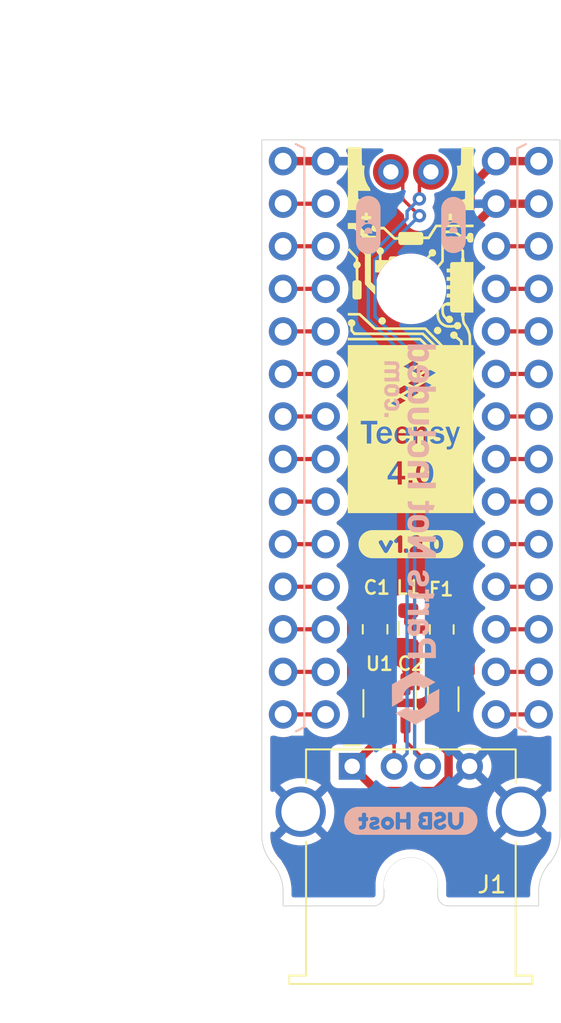
<source format=kicad_pcb>
(kicad_pcb (version 20211014) (generator pcbnew)
  (title_block (title "Teensy 4.0 Minimalist USB Host Board") (date "2022-01-16"))
  (layers (0 "F.Cu" signal) (31 "B.Cu" signal) (34 "B.Paste" user) (35 "F.Paste" user) (36 "B.SilkS" user "B.Silkscreen") (37 "F.SilkS" user "F.Silkscreen") (38 "B.Mask" user) (39 "F.Mask" user) (44 "Edge.Cuts" user))
  (net 0 "")
  (net 1 "VCC")
  (net 2 "GND")
  (net 3 "/VBUS")
  (net 4 "/D-")
  (net 5 "/D+")
  (net 6 "Net-(F1-Pad2)")
  (net 7 "Net-(J2-Pad1)")
  (net 8 "Net-(J2-Pad2)")
  (net 9 "Net-(J2-Pad3)")
  (net 10 "Net-(J2-Pad4)")
  (net 11 "Net-(J2-Pad5)")
  (net 12 "Net-(J2-Pad6)")
  (net 13 "Net-(J2-Pad7)")
  (net 14 "Net-(J2-Pad8)")
  (net 15 "Net-(J2-Pad9)")
  (net 16 "Net-(J2-Pad10)")
  (net 17 "Net-(J2-Pad11)")
  (net 18 "Net-(J2-Pad12)")
  (net 19 "Net-(J2-Pad13)")
  (net 20 "Net-(J3-Pad3)")
  (net 21 "Net-(J3-Pad4)")
  (net 22 "Net-(J3-Pad5)")
  (net 23 "Net-(J3-Pad6)")
  (net 24 "Net-(J3-Pad7)")
  (net 25 "Net-(J3-Pad8)")
  (net 26 "Net-(J3-Pad9)")
  (net 27 "Net-(J3-Pad10)")
  (net 28 "Net-(J3-Pad11)")
  (net 29 "Net-(J3-Pad12)")
  (net 30 "Net-(J3-Pad13)")
  (net 31 "Net-(J3-Pad14)")
  (net 32 "/VIN")
  (footprint "Teensy40_Min_USB_Host:MountingHole_3.2mm" (layer "F.Cu") (at 149.86 90.17)
    (fp_text reference "H1" hide)
    (fp_text value "MountingHole" hide)
    (pad "" np_thru_hole circle (at 0 0) (size 3.2 3.2) (drill 3.2) (layers *.Cu *.Mask))
  )
  (footprint "Teensy40_Min_USB_Host:Teensy40_USB" (layer "F.Cu") (at 149.86 99.06 -90)
    (fp_text reference "U2" hide)
    (fp_text value "Teensy4.0")
    (pad "0" thru_hole circle locked (at -13.97 7.62 270) (size 1.7 1.7) (drill 1) (layers *.Cu *.Mask) (net 19 "Net-(J2-Pad13)"))
    (pad "1" thru_hole circle locked (at -11.43 7.62 270) (size 1.7 1.7) (drill 1) (layers *.Cu *.Mask) (net 18 "Net-(J2-Pad12)"))
    (pad "2" thru_hole circle locked (at -8.89 7.62 270) (size 1.7 1.7) (drill 1) (layers *.Cu *.Mask) (net 17 "Net-(J2-Pad11)"))
    (pad "3" thru_hole circle locked (at -6.35 7.62 270) (size 1.7 1.7) (drill 1) (layers *.Cu *.Mask) (net 16 "Net-(J2-Pad10)"))
    (pad "3V3" thru_hole circle locked (at -11.43 -7.62 270) (size 1.7 1.7) (drill 1) (layers *.Cu *.Mask) (net 20 "Net-(J3-Pad3)"))
    (pad "4" thru_hole circle locked (at -3.81 7.62 270) (size 1.7 1.7) (drill 1) (layers *.Cu *.Mask) (net 15 "Net-(J2-Pad9)"))
    (pad "5" thru_hole circle locked (at -1.27 7.62 270) (size 1.7 1.7) (drill 1) (layers *.Cu *.Mask) (net 14 "Net-(J2-Pad8)"))
    (pad "6" thru_hole circle locked (at 1.27 7.62 270) (size 1.7 1.7) (drill 1) (layers *.Cu *.Mask) (net 13 "Net-(J2-Pad7)"))
    (pad "7" thru_hole circle locked (at 3.81 7.62 270) (size 1.7 1.7) (drill 1) (layers *.Cu *.Mask) (net 12 "Net-(J2-Pad6)"))
    (pad "8" thru_hole circle locked (at 6.35 7.62 270) (size 1.7 1.7) (drill 1) (layers *.Cu *.Mask) (net 11 "Net-(J2-Pad5)"))
    (pad "9" thru_hole circle locked (at 8.89 7.62 270) (size 1.7 1.7) (drill 1) (layers *.Cu *.Mask) (net 10 "Net-(J2-Pad4)"))
    (pad "10" thru_hole circle locked (at 11.43 7.62 270) (size 1.7 1.7) (drill 1) (layers *.Cu *.Mask) (net 9 "Net-(J2-Pad3)"))
    (pad "11" thru_hole circle locked (at 13.97 7.62 270) (size 1.7 1.7) (drill 1) (layers *.Cu *.Mask) (net 8 "Net-(J2-Pad2)"))
    (pad "12" thru_hole circle locked (at 16.51 7.62 270) (size 1.7 1.7) (drill 1) (layers *.Cu *.Mask) (net 7 "Net-(J2-Pad1)"))
    (pad "13" thru_hole circle locked (at 16.51 -7.62 270) (size 1.7 1.7) (drill 1) (layers *.Cu *.Mask) (net 31 "Net-(J3-Pad14)"))
    (pad "14" thru_hole circle locked (at 13.97 -7.62 270) (size 1.7 1.7) (drill 1) (layers *.Cu *.Mask) (net 30 "Net-(J3-Pad13)"))
    (pad "15" thru_hole circle locked (at 11.43 -7.62 270) (size 1.7 1.7) (drill 1) (layers *.Cu *.Mask) (net 29 "Net-(J3-Pad12)"))
    (pad "16" thru_hole circle locked (at 8.89 -7.62 270) (size 1.7 1.7) (drill 1) (layers *.Cu *.Mask) (net 28 "Net-(J3-Pad11)"))
    (pad "17" thru_hole circle locked (at 6.35 -7.62 270) (size 1.7 1.7) (drill 1) (layers *.Cu *.Mask) (net 27 "Net-(J3-Pad10)"))
    (pad "18" thru_hole circle locked (at 3.81 -7.62 270) (size 1.7 1.7) (drill 1) (layers *.Cu *.Mask) (net 26 "Net-(J3-Pad9)"))
    (pad "19" thru_hole circle locked (at 1.27 -7.62 270) (size 1.7 1.7) (drill 1) (layers *.Cu *.Mask) (net 25 "Net-(J3-Pad8)"))
    (pad "20" thru_hole circle locked (at -1.27 -7.62 270) (size 1.7 1.7) (drill 1) (layers *.Cu *.Mask) (net 24 "Net-(J3-Pad7)"))
    (pad "21" thru_hole circle locked (at -3.81 -7.62 270) (size 1.7 1.7) (drill 1) (layers *.Cu *.Mask) (net 23 "Net-(J3-Pad6)"))
    (pad "22" thru_hole circle locked (at -6.35 -7.62 270) (size 1.7 1.7) (drill 1) (layers *.Cu *.Mask) (net 22 "Net-(J3-Pad5)"))
    (pad "23" thru_hole circle locked (at -8.89 -7.62 270) (size 1.7 1.7) (drill 1) (layers *.Cu *.Mask) (net 21 "Net-(J3-Pad4)"))
    (pad "D+" connect circle locked (at -15.869999 1.1938 270) (size 2.1336 2.1336) (layers "F.Cu" "F.Mask") (net 5 "/D+"))
    (pad "D+" thru_hole circle locked (at -15.869999 1.1938 270) (size 1.524 1.524) (drill 0.9144) (layers *.Cu *.Mask) (net 5 "/D+"))
    (pad "D-" connect circle locked (at -15.869999 -1.1938 270) (size 2.1336 2.1336) (layers "F.Cu" "F.Mask") (net 4 "/D-"))
    (pad "D-" thru_hole circle locked (at -15.869999 -1.1938 270) (size 1.524 1.524) (drill 0.9144) (layers *.Cu *.Mask) (net 4 "/D-"))
    (pad "GND" thru_hole circle locked (at -16.51 7.62 270) (size 1.7 1.7) (drill 1) (layers *.Cu *.Mask) (net 2 "GND"))
    (pad "GND" thru_hole circle locked (at -13.97 -7.62 270) (size 1.7 1.7) (drill 1) (layers *.Cu *.Mask) (net 2 "GND"))
    (pad "VIN" thru_hole circle locked (at -16.51 -7.62 270) (size 1.7 1.7) (drill 1) (layers *.Cu *.Mask) (net 1 "VCC"))
  )
  (footprint "Inductor_SMD:L_0805_2012Metric" (layer "F.Cu") (at 149.7076 110.4392 -90)
    (fp_text reference "L1" (at -2.4392 0) (layer "F.SilkS") (effects (font (size 0.8 0.8))))
    (fp_text value "Ferrite, 150Ω")
    (pad "1" smd roundrect locked (at -1.0625 0 270) (size 0.875 1.2) (layers "F.Cu" "F.Paste" "F.Mask") (net 6 "Net-(F1-Pad2)"))
    (pad "2" smd roundrect locked (at 1.0625 0 270) (size 0.875 1.2) (layers "F.Cu" "F.Paste" "F.Mask") (net 32 "/VIN"))
  )
  (footprint "Capacitor_SMD:C_0805_2012Metric" (layer "F.Cu") (at 147.7264 110.49 90)
    (fp_text reference "C1" (at 2.49 0.1016) (layer "F.SilkS") (effects (font (size 0.8 0.8))))
    (fp_text value "2.2 µF")
    (pad "1" smd roundrect locked (at -0.95 0 90) (size 1 1.45) (layers "F.Cu" "F.Paste" "F.Mask") (net 32 "/VIN"))
    (pad "2" smd roundrect locked (at 0.95 0 90) (size 1 1.45) (layers "F.Cu" "F.Paste" "F.Mask") (net 2 "GND"))
  )
  (footprint "Teensy40_Min_USB_Host:Teensy40_USB_Host_Top_Graphics" (layer "F.Cu") (at 149.86 94.3102)
    (fp_text reference "G***" hide)
    (fp_text value "LOGO" hide)
  )
  (footprint "Teensy40_Min_USB_Host:MountingHole_3.2mm" (layer "F.Cu") (at 149.86 125.73)
    (fp_text reference "H2" hide)
    (fp_text value "MountingHole" hide)
    (pad "" np_thru_hole circle (at 0 0) (size 3.2 3.2) (drill 3.2) (layers *.Cu *.Mask))
  )
  (footprint "Package_TO_SOT_SMD:SOT-23-6" (layer "F.Cu") (at 148.59 114.9096 -90)
    (fp_text reference "U1" (at -2.3622 0.6096 180) (layer "F.SilkS") (effects (font (size 0.8 0.8))))
    (fp_text value "TPD3S014")
    (pad "1" smd roundrect locked (at -1.1375 -0.95 270) (size 1.325 0.6) (layers "F.Cu" "F.Paste" "F.Mask") (net 32 "/VIN"))
    (pad "2" smd roundrect locked (at -1.1375 0 270) (size 1.325 0.6) (layers "F.Cu" "F.Paste" "F.Mask") (net 2 "GND"))
    (pad "3" smd roundrect locked (at -1.1375 0.95 270) (size 1.325 0.6) (layers "F.Cu" "F.Paste" "F.Mask") (net 32 "/VIN"))
    (pad "4" smd roundrect locked (at 1.1375 0.95 270) (size 1.325 0.6) (layers "F.Cu" "F.Paste" "F.Mask") (net 3 "/VBUS"))
    (pad "5" smd roundrect locked (at 1.1375 0 270) (size 1.325 0.6) (layers "F.Cu" "F.Paste" "F.Mask") (net 4 "/D-"))
    (pad "6" smd roundrect locked (at 1.1375 -0.95 270) (size 1.325 0.6) (layers "F.Cu" "F.Paste" "F.Mask") (net 5 "/D+"))
  )
  (footprint "Connector_USB:USB_A_Stewart_SS-52100-001_Horizontal" (layer "F.Cu") (at 146.360007 118.6688)
    (fp_text reference "J1" (at 8.325993 7.0612) (layer "F.SilkS"))
    (fp_text value "USB_A")
    (pad "1" thru_hole rect locked (at 0 0) (size 1.6 1.6) (drill 0.92) (layers *.Cu *.Mask) (net 3 "/VBUS"))
    (pad "2" thru_hole circle locked (at 2.5 0) (size 1.6 1.6) (drill 0.92) (layers *.Cu *.Mask) (net 4 "/D-"))
    (pad "3" thru_hole circle locked (at 4.5 0) (size 1.6 1.6) (drill 0.92) (layers *.Cu *.Mask) (net 5 "/D+"))
    (pad "4" thru_hole circle locked (at 7 0) (size 1.6 1.6) (drill 0.92) (layers *.Cu *.Mask) (net 2 "GND"))
    (pad "5" thru_hole circle locked (at -3.07 2.71) (size 3 3) (drill 2.3) (layers *.Cu *.Mask) (net 2 "GND"))
    (pad "5" thru_hole circle locked (at 10.07 2.71) (size 3 3) (drill 2.3) (layers *.Cu *.Mask) (net 2 "GND"))
  )
  (footprint "Capacitor_SMD:C_1206_3216Metric" (layer "F.Cu") (at 151.7904 114.6556 90)
    (fp_text reference "C2" (at 2.1082 -1.9304) (layer "F.SilkS") (effects (font (size 0.8 0.8))))
    (fp_text value "100 µF")
    (pad "1" smd roundrect locked (at -1.475 0 90) (size 1.15 1.8) (layers "F.Cu" "F.Paste" "F.Mask") (roundrect_rratio 0.2173913043) (net 3 "/VBUS"))
    (pad "2" smd roundrect locked (at 1.475 0 90) (size 1.15 1.8) (layers "F.Cu" "F.Paste" "F.Mask") (roundrect_rratio 0.2173913043) (net 2 "GND"))
  )
  (footprint "Fuse:Fuse_0805_2012Metric" (layer "F.Cu") (at 151.7 110.5 -90)
    (fp_text reference "F1" (at -2.4 0.0364) (layer "F.SilkS") (effects (font (size 0.8 0.8))))
    (fp_text value "500 mA" hide)
    (pad "1" smd roundrect (at -0.9375 0 270) (size 0.975 1.4) (layers "F.Cu" "F.Paste" "F.Mask") (net 1 "VCC"))
    (pad "2" smd roundrect (at 0.9375 0 270) (size 0.975 1.4) (layers "F.Cu" "F.Paste" "F.Mask") (net 6 "Net-(F1-Pad2)"))
  )
  (footprint "kibuzzard-628AF6F2" (layer "F.Cu") (at 149.86 105.41)
    (fp_text reference "kibuzzard-628AF6F2" hide)
    (fp_text value "G***" hide)
  )
  (footprint "kibuzzard-621DEA3B" (layer "B.Cu") (at 149.86 121.92 180)
    (fp_text reference "kibuzzard-621DEA3B" hide)
    (fp_text value "G***" hide)
  )
  (footprint "Teensy40_Min_USB_Host:PinHeader_1x14_P2.54mm_Vertical" (layer "B.Cu") (at 154.94 82.55 180)
    (fp_text reference "J3" hide)
    (fp_text value "Conn_01x14" hide)
    (pad "1" thru_hole circle locked (at 0 0 180) (size 1.7 1.7) (drill 1) (layers *.Cu *.Mask) (net 1 "VCC"))
    (pad "2" thru_hole oval locked (at 0 -2.54 180) (size 1.7 1.7) (drill 1) (layers *.Cu *.Mask) (net 2 "GND"))
    (pad "3" thru_hole oval locked (at 0 -5.08 180) (size 1.7 1.7) (drill 1) (layers *.Cu *.Mask) (net 20 "Net-(J3-Pad3)"))
    (pad "4" thru_hole oval locked (at 0 -7.62 180) (size 1.7 1.7) (drill 1) (layers *.Cu *.Mask) (net 21 "Net-(J3-Pad4)"))
    (pad "5" thru_hole oval locked (at 0 -10.16 180) (size 1.7 1.7) (drill 1) (layers *.Cu *.Mask) (net 22 "Net-(J3-Pad5)"))
    (pad "6" thru_hole oval locked (at 0 -12.7 180) (size 1.7 1.7) (drill 1) (layers *.Cu *.Mask) (net 23 "Net-(J3-Pad6)"))
    (pad "7" thru_hole oval locked (at 0 -15.24 180) (size 1.7 1.7) (drill 1) (layers *.Cu *.Mask) (net 24 "Net-(J3-Pad7)"))
    (pad "8" thru_hole oval locked (at 0 -17.78 180) (size 1.7 1.7) (drill 1) (layers *.Cu *.Mask) (net 25 "Net-(J3-Pad8)"))
    (pad "9" thru_hole oval locked (at 0 -20.32 180) (size 1.7 1.7) (drill 1) (layers *.Cu *.Mask) (net 26 "Net-(J3-Pad9)"))
    (pad "10" thru_hole oval locked (at 0 -22.86 180) (size 1.7 1.7) (drill 1) (layers *.Cu *.Mask) (net 27 "Net-(J3-Pad10)"))
    (pad "11" thru_hole oval locked (at 0 -25.4 180) (size 1.7 1.7) (drill 1) (layers *.Cu *.Mask) (net 28 "Net-(J3-Pad11)"))
    (pad "12" thru_hole oval locked (at 0 -27.94 180) (size 1.7 1.7) (drill 1) (layers *.Cu *.Mask) (net 29 "Net-(J3-Pad12)"))
    (pad "13" thru_hole oval locked (at 0 -30.48 180) (size 1.7 1.7) (drill 1) (layers *.Cu *.Mask) (net 30 "Net-(J3-Pad13)"))
    (pad "14" thru_hole oval locked (at 0 -33.02 180) (size 1.7 1.7) (drill 1) (layers *.Cu *.Mask) (net 31 "Net-(J3-Pad14)"))
  )
  (footprint "Teensy40_Min_USB_Host:PinHeader_1x14_P2.54mm_Vertical" (layer "B.Cu") (at 144.78 115.57)
    (fp_text reference "J2" hide)
    (fp_text value "Conn_01x14" hide)
    (pad "1" thru_hole circle locked (at 0 0) (size 1.7 1.7) (drill 1) (layers *.Cu *.Mask) (net 7 "Net-(J2-Pad1)"))
    (pad "2" thru_hole oval locked (at 0 -2.54) (size 1.7 1.7) (drill 1) (layers *.Cu *.Mask) (net 8 "Net-(J2-Pad2)"))
    (pad "3" thru_hole oval locked (at 0 -5.08) (size 1.7 1.7) (drill 1) (layers *.Cu *.Mask) (net 9 "Net-(J2-Pad3)"))
    (pad "4" thru_hole oval locked (at 0 -7.62) (size 1.7 1.7) (drill 1) (layers *.Cu *.Mask) (net 10 "Net-(J2-Pad4)"))
    (pad "5" thru_hole oval locked (at 0 -10.16) (size 1.7 1.7) (drill 1) (layers *.Cu *.Mask) (net 11 "Net-(J2-Pad5)"))
    (pad "6" thru_hole oval locked (at 0 -12.7) (size 1.7 1.7) (drill 1) (layers *.Cu *.Mask) (net 12 "Net-(J2-Pad6)"))
    (pad "7" thru_hole oval locked (at 0 -15.24) (size 1.7 1.7) (drill 1) (layers *.Cu *.Mask) (net 13 "Net-(J2-Pad7)"))
    (pad "8" thru_hole oval locked (at 0 -17.78) (size 1.7 1.7) (drill 1) (layers *.Cu *.Mask) (net 14 "Net-(J2-Pad8)"))
    (pad "9" thru_hole oval locked (at 0 -20.32) (size 1.7 1.7) (drill 1) (layers *.Cu *.Mask) (net 15 "Net-(J2-Pad9)"))
    (pad "10" thru_hole oval locked (at 0 -22.86) (size 1.7 1.7) (drill 1) (layers *.Cu *.Mask) (net 16 "Net-(J2-Pad10)"))
    (pad "11" thru_hole oval locked (at 0 -25.4) (size 1.7 1.7) (drill 1) (layers *.Cu *.Mask) (net 17 "Net-(J2-Pad11)"))
    (pad "12" thru_hole oval locked (at 0 -27.94) (size 1.7 1.7) (drill 1) (layers *.Cu *.Mask) (net 18 "Net-(J2-Pad12)"))
    (pad "13" thru_hole oval locked (at 0 -30.48) (size 1.7 1.7) (drill 1) (layers *.Cu *.Mask) (net 19 "Net-(J2-Pad13)"))
    (pad "14" thru_hole oval locked (at 0 -33.02) (size 1.7 1.7) (drill 1) (layers *.Cu *.Mask) (net 2 "GND"))
  )
  (footprint "Teensy40_Min_USB_Host:PNI_Text_Logo" (layer "B.Cu") (at 149.86 104.775 90)
    (fp_text reference "G***" hide)
    (fp_text value "LOGO" hide)
  )
  (footprint "kibuzzard-61E338B9" (layer "B.Cu") (at 152.4 86.36 90)
    (fp_text reference "kibuzzard-61E338B9" hide)
    (fp_text value "G***" hide)
  )
  (footprint "kibuzzard-61E3388A" (layer "B.Cu") (at 147.32 86.36 90)
    (fp_text reference "kibuzzard-61E3388A" hide)
    (fp_text value "G***" hide)
  )
  (gr_arc (start 148.26 126.365) (mid 148.074013 126.814013) (end 147.625 127) (layer "Edge.Cuts") (width 0.05))
  (gr_line (start 158.006051 124.568949) (end 158.223949 124.351051) (layer "Edge.Cuts") (width 0.05))
  (gr_arc (start 141.713949 124.568949) (mid 141.163346 123.744914) (end 140.97 122.772898) (layer "Edge.Cuts") (width 0.05))
  (gr_arc (start 157.48 126.147102) (mid 157.673346 125.175086) (end 158.223949 124.351051) (layer "Edge.Cuts") (width 0.05))
  (gr_line (start 158.75 122.772898) (end 158.75 81.28) (layer "Edge.Cuts") (width 0.05))
  (gr_arc (start 141.496051 124.351051) (mid 142.046654 125.175086) (end 142.24 126.147102) (layer "Edge.Cuts") (width 0.05))
  (gr_line (start 158.75 81.28) (end 140.97 81.28) (layer "Edge.Cuts") (width 0.05))
  (gr_arc (start 158.75 122.772898) (mid 158.556654 123.744914) (end 158.006051 124.568949) (layer "Edge.Cuts") (width 0.05))
  (gr_line (start 140.97 81.28) (end 140.97 122.772898) (layer "Edge.Cuts") (width 0.05))
  (gr_arc (start 152.095 127) (mid 151.645987 126.814013) (end 151.46 126.365) (layer "Edge.Cuts") (width 0.05))
  (gr_line (start 148.26 125.73) (end 148.26 126.365) (layer "Edge.Cuts") (width 0.05))
  (gr_line (start 142.24 127) (end 147.625 127) (layer "Edge.Cuts") (width 0.05))
  (gr_line (start 157.48 126.147102) (end 157.48 127) (layer "Edge.Cuts") (width 0.05))
  (gr_line (start 142.24 126.147102) (end 142.24 127) (layer "Edge.Cuts") (width 0.05))
  (gr_line (start 151.46 125.73) (end 151.46 126.365) (layer "Edge.Cuts") (width 0.05))
  (gr_arc (start 148.26 125.73) (mid 149.86 124.131395) (end 151.46 125.73) (layer "Edge.Cuts") (width 0.05))
  (gr_line (start 141.713949 124.568949) (end 141.496051 124.351051) (layer "Edge.Cuts") (width 0.05))
  (gr_line (start 152.095 127) (end 157.48 127) (layer "Edge.Cuts") (width 0.05))
  (segment (start 157.48 82.55) (end 154.94 82.55) (width 0.5) (layer "F.Cu") (net 1))
  (segment (start 153.416 84.074) (end 154.94 82.55) (width 0.5) (layer "F.Cu") (net 1))
  (segment (start 151.7 109.5625) (end 151.7 109.2131) (width 0.5) (layer "F.Cu") (net 1))
  (segment (start 153.416 85.293865) (end 153.416 84.074) (width 0.5) (layer "F.Cu") (net 1))
  (segment (start 152.4 108.5131) (end 152.4 86.309865) (width 0.5) (layer "F.Cu") (net 1))
  (segment (start 152.4 86.309865) (end 153.416 85.293865) (width 0.5) (layer "F.Cu") (net 1))
  (segment (start 151.7 109.2131) (end 152.4 108.5131) (width 0.5) (layer "F.Cu") (net 1))
  (segment (start 147.066 107.95) (end 147.066 85.09) (width 0.5) (layer "F.Cu") (net 2))
  (segment (start 146.88812 114.88412) (end 152.93348 114.88412) (width 0.5) (layer "F.Cu") (net 2))
  (segment (start 146.558 84.582) (end 146.558 82.55) (width 0.5) (layer "F.Cu") (net 2))
  (segment (start 153.416 113.0772) (end 153.3126 113.1806) (width 0.5) (layer "F.Cu") (net 2))
  (segment (start 146.304 109.54) (end 146.304 108.712) (width 0.5) (layer "F.Cu") (net 2))
  (segment (start 142.24 82.55) (end 144.78 82.55) (width 0.5) (layer "F.Cu") (net 2))
  (segment (start 146.304 109.54) (end 147.7264 109.54) (width 0.5) (layer "F.Cu") (net 2))
  (segment (start 146.558 82.55) (end 144.78 82.55) (width 0.5) (layer "F.Cu") (net 2))
  (segment (start 154.94 85.09) (end 157.48 85.09) (width 0.5) (layer "F.Cu") (net 2))
  (segment (start 146.304 108.712) (end 147.066 107.95) (width 0.5) (layer "F.Cu") (net 2))
  (segment (start 147.066 85.09) (end 146.558 84.582) (width 0.5) (layer "F.Cu") (net 2))
  (segment (start 153.416 111.633) (end 153.416 113.0772) (width 0.5) (layer "F.Cu") (net 2))
  (segment (start 152.93348 114.88412) (end 153.3126 114.505) (width 0.5) (layer "F.Cu") (net 2))
  (segment (start 148.59 113.7721) (end 148.59 114.8588) (width 0.5) (layer "F.Cu") (net 2))
  (segment (start 153.3126 114.505) (end 153.3126 113.1806) (width 0.5) (layer "F.Cu") (net 2))
  (segment (start 153.416 111.633) (end 153.289 111.506) (width 0.5) (layer "F.Cu") (net 2))
  (segment (start 146.88812 114.88412) (end 146.304 114.3) (width 0.5) (layer "F.Cu") (net 2))
  (segment (start 153.289 111.506) (end 153.289 86.741) (width 0.5) (layer "F.Cu") (net 2))
  (segment (start 146.304 114.3) (end 146.304 109.54) (width 0.5) (layer "F.Cu") (net 2))
  (segment (start 151.7904 113.1806) (end 153.3126 113.1806) (width 0.5) (layer "F.Cu") (net 2))
  (segment (start 153.289 86.741) (end 154.94 85.09) (width 0.5) (layer "F.Cu") (net 2))
  (segment (start 152.109511 119.365689) (end 152.109511 117.819511) (width 0.5) (layer "F.Cu") (net 3))
  (segment (start 151.3332 120.142) (end 147.8332 120.142) (width 0.5) (layer "F.Cu") (net 3))
  (segment (start 151.7904 117.5004) (end 151.7904 116.1306) (width 0.5) (layer "F.Cu") (net 3))
  (segment (start 147.64 117.3888) (end 146.36 118.6688) (width 0.5) (layer "F.Cu") (net 3))
  (segment (start 152.109511 117.819511) (end 151.7904 117.5004) (width 0.5) (layer "F.Cu") (net 3))
  (segment (start 147.64 116.0471) (end 147.64 117.3888) (width 0.5) (layer "F.Cu") (net 3))
  (segment (start 152.109511 119.365689) (end 151.3332 120.142) (width 0.5) (layer "F.Cu") (net 3))
  (segment (start 147.8332 120.142) (end 146.36 118.6688) (width 0.5) (layer "F.Cu") (net 3))
  (segment (start 148.86 117.364) (end 148.86 118.6688) (width 0.2) (layer "F.Cu") (net 4))
  (segment (start 148.59 116.0471) (end 148.59 117.094) (width 0.2) (layer "F.Cu") (net 4))
  (segment (start 150.367792 83.876009) (end 150.367792 84.806217) (width 0.2) (layer "F.Cu") (net 4))
  (segment (start 148.59 117.094) (end 148.86 117.364) (width 0.2) (layer "F.Cu") (net 4))
  (segment (start 151.0538 83.190001) (end 150.367792 83.876009) (width 0.2) (layer "F.Cu") (net 4))
  (via (at 150.367792 84.806217) (size 0.8) (drill 0.4) (layers "F.Cu" "B.Cu") (net 4))
  (segment (start 150.367792 84.806217) (end 149.634999 85.53901) (width 0.2) (layer "B.Cu") (net 4))
  (segment (start 149.634999 85.974832) (end 147.32 88.289831) (width 0.2) (layer "B.Cu") (net 4))
  (segment (start 149.634999 117.893801) (end 148.86 118.6688) (width 0.2) (layer "B.Cu") (net 4))
  (segment (start 149.634999 94.2975) (end 149.634999 117.893801) (width 0.2) (layer "B.Cu") (net 4))
  (segment (start 147.32 88.289831) (end 147.32 91.982501) (width 0.2) (layer "B.Cu") (net 4))
  (segment (start 149.634999 85.53901) (end 149.634999 85.974832) (width 0.2) (layer "B.Cu") (net 4))
  (segment (start 147.32 91.982501) (end 149.634999 94.2975) (width 0.2) (layer "B.Cu") (net 4))
  (segment (start 149.54 117.155) (end 149.54 116.0471) (width 0.2) (layer "F.Cu") (net 5))
  (segment (start 148.6662 83.190001) (end 149.3774 83.901201) (width 0.2) (layer "F.Cu") (net 5))
  (segment (start 149.3774 84.814001) (end 150.369118 85.805719) (width 0.2) (layer "F.Cu") (net 5))
  (segment (start 150.86 118.6688) (end 150.86 118.475) (width 0.2) (layer "F.Cu") (net 5))
  (segment (start 150.86 118.475) (end 149.54 117.155) (width 0.2) (layer "F.Cu") (net 5))
  (segment (start 149.3774 83.901201) (end 149.3774 84.814001) (width 0.2) (layer "F.Cu") (net 5))
  (via (at 150.369118 85.805719) (size 0.8) (drill 0.4) (layers "F.Cu" "B.Cu") (net 5))
  (segment (start 150.085001 117.893801) (end 150.085001 94.182496) (width 0.2) (layer "B.Cu") (net 5))
  (segment (start 150.86 118.6688) (end 150.085001 117.893801) (width 0.2) (layer "B.Cu") (net 5))
  (segment (start 147.71952 88.455317) (end 150.369118 85.805719) (width 0.2) (layer "B.Cu") (net 5))
  (segment (start 147.71952 91.817015) (end 147.71952 88.455317) (width 0.2) (layer "B.Cu") (net 5))
  (segment (start 150.085001 94.182496) (end 147.71952 91.817015) (width 0.2) (layer "B.Cu") (net 5))
  (segment (start 149.7076 109.3767) (end 149.7076 110.0836) (width 0.5) (layer "F.Cu") (net 6))
  (segment (start 151 110.5) (end 151.7 111.2) (width 0.5) (layer "F.Cu") (net 6))
  (segment (start 150.124 110.5) (end 151 110.5) (width 0.5) (layer "F.Cu") (net 6))
  (segment (start 151.7 111.2) (end 151.7 111.4375) (width 0.5) (layer "F.Cu") (net 6))
  (segment (start 149.7076 110.0836) (end 150.124 110.5) (width 0.5) (layer "F.Cu") (net 6))
  (segment (start 142.24 115.57) (end 144.78 115.57) (width 0.25) (layer "F.Cu") (net 7))
  (segment (start 144.78 113.03) (end 142.24 113.03) (width 0.25) (layer "F.Cu") (net 8))
  (segment (start 142.24 110.49) (end 144.78 110.49) (width 0.25) (layer "F.Cu") (net 9))
  (segment (start 142.24 107.95) (end 144.78 107.95) (width 0.25) (layer "F.Cu") (net 10))
  (segment (start 144.78 105.41) (end 142.24 105.41) (width 0.25) (layer "F.Cu") (net 11))
  (segment (start 142.24 102.87) (end 144.78 102.87) (width 0.25) (layer "F.Cu") (net 12))
  (segment (start 144.78 100.33) (end 142.24 100.33) (width 0.25) (layer "F.Cu") (net 13))
  (segment (start 142.24 97.79) (end 144.78 97.79) (width 0.25) (layer "F.Cu") (net 14))
  (segment (start 142.24 95.25) (end 144.78 95.25) (width 0.25) (layer "F.Cu") (net 15))
  (segment (start 142.24 92.71) (end 144.78 92.71) (width 0.25) (layer "F.Cu") (net 16))
  (segment (start 144.78 90.17) (end 142.24 90.17) (width 0.25) (layer "F.Cu") (net 17))
  (segment (start 142.24 87.63) (end 144.78 87.63) (width 0.25) (layer "F.Cu") (net 18))
  (segment (start 144.78 85.09) (end 142.24 85.09) (width 0.25) (layer "F.Cu") (net 19))
  (segment (start 157.48 87.63) (end 154.94 87.63) (width 0.25) (layer "F.Cu") (net 20))
  (segment (start 154.94 90.17) (end 157.48 90.17) (width 0.25) (layer "F.Cu") (net 21))
  (segment (start 157.48 92.71) (end 154.94 92.71) (width 0.25) (layer "F.Cu") (net 22))
  (segment (start 154.94 95.25) (end 157.48 95.25) (width 0.25) (layer "F.Cu") (net 23))
  (segment (start 157.48 97.79) (end 154.94 97.79) (width 0.25) (layer "F.Cu") (net 24))
  (segment (start 154.94 100.33) (end 157.48 100.33) (width 0.25) (layer "F.Cu") (net 25))
  (segment (start 157.48 102.87) (end 154.94 102.87) (width 0.25) (layer "F.Cu") (net 26))
  (segment (start 154.94 105.41) (end 157.48 105.41) (width 0.25) (layer "F.Cu") (net 27))
  (segment (start 157.48 107.95) (end 154.94 107.95) (width 0.25) (layer "F.Cu") (net 28))
  (segment (start 154.94 110.49) (end 157.48 110.49) (width 0.25) (layer "F.Cu") (net 29))
  (segment (start 157.48 113.03) (end 154.94 113.03) (width 0.25) (layer "F.Cu") (net 30))
  (segment (start 154.94 115.57) (end 157.48 115.57) (width 0.25) (layer "F.Cu") (net 31))
  (zone (net 2) (net_name "GND") (layers F&B.Cu) (connect_pads (clearance 0.508)) (min_thickness 0.254) (fill yes (thermal_gap 0.508) (thermal_bridge_width 0.508))
    (polygon (pts (xy 156.21 116.84) (xy 158.75 116.84) (xy 158.75 127) (xy 140.97 127) (xy 140.97 116.84) (xy 143.466 116.84) (xy 143.466 81.178) (xy 156.21 81.178)))
  )
  (zone (net 32) (net_name "/VIN") (layer "F.Cu") (priority 1) (connect_pads yes (clearance 0.508)) (min_thickness 0.2) (fill yes (thermal_gap 0.508) (thermal_bridge_width 0.508))
    (polygon (pts (xy 147.0864 114.4524) (xy 150.3864 114.4524) (xy 150.3864 111.0064) (xy 147.0864 111.0064)))
  )
)
</source>
